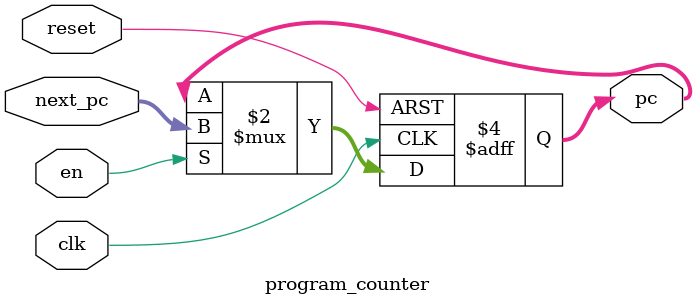
<source format=sv>
module program_counter(
    input logic clk,        // Clock signal
    input logic reset,      // Asynchronous reset signal
    input logic en,         // Enable signal to update the PC
    input logic [31:0] next_pc, // Input for the next value of PC, typically from branch logic or incrementer
    output logic [31:0] pc  // Current value of the program counter
);

    // On reset, set PC to zero or a predefined start address
    // On positive clock edge, if enabled, update PC to next_pc
    always_ff @(posedge clk or posedge reset) begin
        if (reset) begin
            pc <= 32'b0; // Reset PC to 0 or change to a different starting address as needed
        end else if (en) begin
            pc <= next_pc; // Update PC to the next value if enabled
        end
    end

endmodule
</source>
